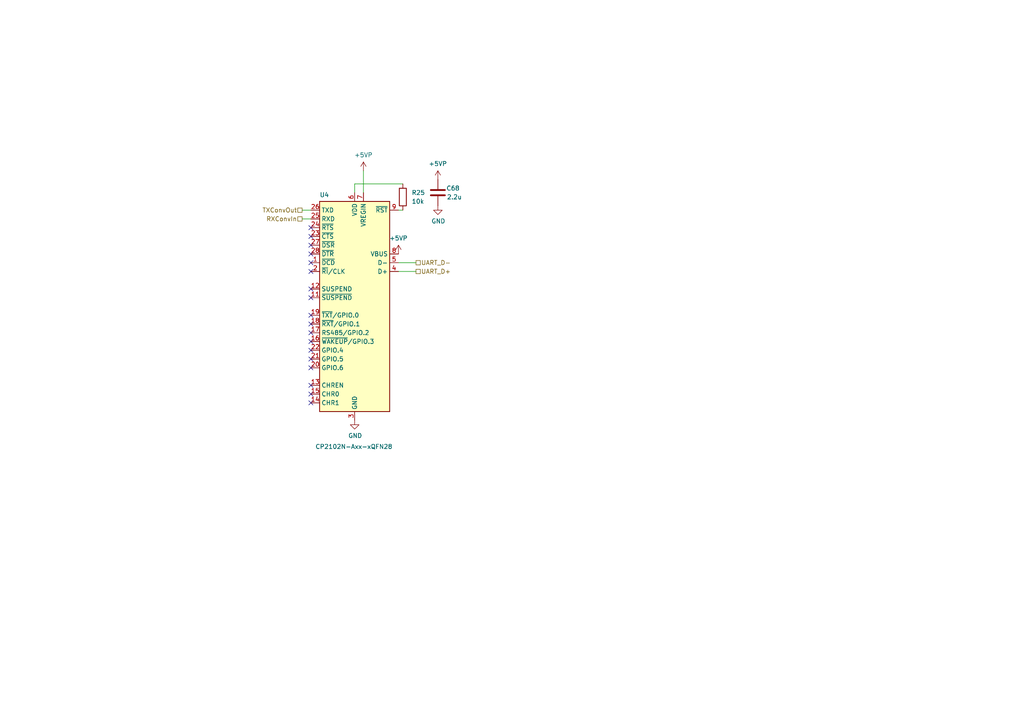
<source format=kicad_sch>
(kicad_sch (version 20250114) (generator "eeschema") (generator_version "9.0")
  (paper "A4")
  (lib_symbols
    (symbol "Device:C" (pin_numbers (hide yes)) (pin_names (offset 0.254))
      (property "Reference" "C" (at 0.635 2.54 0))
      (property "Value" "C" (at 0.635 -2.54 0))
      (symbol "C_0_1"
        (polyline (pts (xy -2.032 0.762) (xy 2.032 0.762)) (stroke (width 0.508)))
        (polyline (pts (xy -2.032 -0.762) (xy 2.032 -0.762)) (stroke (width 0.508)))
      )
      (symbol "C_1_1"
        (pin passive line (at 0 3.81 270) (length 2.794) (name "~") (number "1"))
        (pin passive line (at 0 -3.81 90) (length 2.794) (name "~") (number "2"))
      )
    )
    (symbol "Device:R" (pin_numbers (hide yes)) (pin_names (offset 0))
      (property "Reference" "R" (at 2.032 0 90))
      (property "Value" "R" (at 0 0 90))
      (symbol "R_0_1"
        (rectangle (start -1.016 -2.54) (end 1.016 2.54) (stroke (width 0.254)))
      )
      (symbol "R_1_1"
        (pin passive line (at 0 3.81 270) (length 1.27) (name "~") (number "1"))
        (pin passive line (at 0 -3.81 90) (length 1.27) (name "~") (number "2"))
      )
    )
    (symbol "Interface_USB:CP2102N-Axx-xQFN28"
      (property "Reference" "U" (at -8.89 31.75 0))
      (property "Value" "CP2102N-Axx-xQFN28" (at 12.7 31.75 0))
      (symbol "CP2102N-Axx-xQFN28_0_1"
        (rectangle (start -10.16 30.48) (end 10.16 -30.48) (stroke (width 0.254)) (fill (type background)))
      )
      (symbol "CP2102N-Axx-xQFN28_1_1"
        (pin input line (at -12.7 27.94 0) (length 2.54) (name "~{RST}") (number "9"))
        (pin input line (at -12.7 15.24 0) (length 2.54) (name "VBUS") (number "8"))
        (pin bidirectional line (at -12.7 12.7 0) (length 2.54) (name "D-") (number "5"))
        (pin bidirectional line (at -12.7 10.16 0) (length 2.54) (name "D+") (number "4"))
        (pin no_connect line (at -10.16 -27.94 0) (length 2.54) (hide yes) (name "NC") (number "10"))
        (pin power_in line (at -2.54 33.02 270) (length 2.54) (name "VREGIN") (number "7"))
        (pin power_in line (at 0 33.02 270) (length 2.54) (name "VDD") (number "6"))
        (pin passive line (at 0 -33.02 90) (length 2.54) (hide yes) (name "GND") (number "29"))
        (pin power_in line (at 0 -33.02 90) (length 2.54) (name "GND") (number "3"))
        (pin output line (at 12.7 27.94 180) (length 2.54) (name "TXD") (number "26"))
        (pin input line (at 12.7 25.4 180) (length 2.54) (name "RXD") (number "25"))
        (pin output line (at 12.7 22.86 180) (length 2.54) (name "~{RTS}") (number "24"))
        (pin input line (at 12.7 20.32 180) (length 2.54) (name "~{CTS}") (number "23"))
        (pin input line (at 12.7 17.78 180) (length 2.54) (name "~{DSR}") (number "27"))
        (pin output line (at 12.7 15.24 180) (length 2.54) (name "~{DTR}") (number "28"))
        (pin input line (at 12.7 12.7 180) (length 2.54) (name "~{DCD}") (number "1"))
        (pin bidirectional line (at 12.7 10.16 180) (length 2.54) (name "~{RI}/CLK") (number "2"))
        (pin output line (at 12.7 5.08 180) (length 2.54) (name "SUSPEND") (number "12"))
        (pin output line (at 12.7 2.54 180) (length 2.54) (name "~{SUSPEND}") (number "11"))
        (pin bidirectional line (at 12.7 -2.54 180) (length 2.54) (name "~{TXT}/GPIO.0") (number "19"))
        (pin bidirectional line (at 12.7 -5.08 180) (length 2.54) (name "~{RXT}/GPIO.1") (number "18"))
        (pin bidirectional line (at 12.7 -7.62 180) (length 2.54) (name "RS485/GPIO.2") (number "17"))
        (pin bidirectional line (at 12.7 -10.16 180) (length 2.54) (name "~{WAKEUP}/GPIO.3") (number "16"))
        (pin bidirectional line (at 12.7 -12.7 180) (length 2.54) (name "GPIO.4") (number "22"))
        (pin bidirectional line (at 12.7 -15.24 180) (length 2.54) (name "GPIO.5") (number "21"))
        (pin bidirectional line (at 12.7 -17.78 180) (length 2.54) (name "GPIO.6") (number "20"))
        (pin output line (at 12.7 -22.86 180) (length 2.54) (name "CHREN") (number "13"))
        (pin output line (at 12.7 -25.4 180) (length 2.54) (name "CHR0") (number "15"))
        (pin output line (at 12.7 -27.94 180) (length 2.54) (name "CHR1") (number "14"))
      )
    )
    (symbol "power:+5VP" (power) (pin_names (offset 0))
      (property "Value" "+5VP" (at 0 3.556 0))
      (symbol "+5VP_0_1"
        (polyline (pts (xy -0.762 1.27) (xy 0 2.54)))
        (polyline (pts (xy 0 2.54) (xy 0.762 1.27)))
        (polyline (pts (xy 0 0) (xy 0 2.54)))
      )
      (symbol "+5VP_1_1"
        (pin power_in line (at 0 0 90) (length 0) (hide yes) (name "+5VP") (number "1"))
      )
    )
    (symbol "power:GND" (power) (pin_names (offset 0))
      (property "Value" "GND" (at 0 -3.81 0))
      (symbol "GND_0_1"
        (polyline (pts (xy 0 0) (xy 0 -1.27) (xy 1.27 -1.27) (xy 0 -2.54) (xy -1.27 -1.27) (xy 0 -1.27)))
      )
      (symbol "GND_1_1"
        (pin power_in line (at 0 0 270) (length 0) (hide yes) (name "GND") (number "1"))
      )
    )
  )
  (no_connect (at 90.17 71.12))
  (no_connect (at 90.17 111.76))
  (no_connect (at 90.17 104.14))
  (no_connect (at 90.17 83.82))
  (no_connect (at 90.17 76.2))
  (no_connect (at 90.17 116.84))
  (no_connect (at 90.17 78.74))
  (no_connect (at 90.17 99.06))
  (no_connect (at 90.17 106.68))
  (no_connect (at 90.17 101.6))
  (no_connect (at 90.17 114.3))
  (no_connect (at 90.17 66.04))
  (no_connect (at 90.17 96.52))
  (no_connect (at 90.17 68.58))
  (no_connect (at 90.17 93.98))
  (no_connect (at 90.17 91.44))
  (no_connect (at 90.17 86.36))
  (no_connect (at 90.17 73.66))
  (wire (pts (xy 116.84 60.96) (xy 115.57 60.96)))
  (wire (pts (xy 105.41 49.53) (xy 105.41 55.88)))
  (wire (pts (xy 120.65 76.2) (xy 115.57 76.2)))
  (wire (pts (xy 87.63 60.96) (xy 90.17 60.96)))
  (wire (pts (xy 116.84 53.34) (xy 102.87 53.34)))
  (wire (pts (xy 87.63 63.5) (xy 90.17 63.5)))
  (wire (pts (xy 120.65 78.74) (xy 115.57 78.74)))
  (wire (pts (xy 102.87 53.34) (xy 102.87 55.88)))
  (hierarchical_label "RXConvIn" (shape passive) (at 87.63 63.5 180))
  (hierarchical_label "TXConvOut" (shape passive) (at 87.63 60.96 180))
  (hierarchical_label "UART_D-" (shape passive) (at 120.65 76.2 0))
  (hierarchical_label "UART_D+" (shape passive) (at 120.65 78.74 0))
  (symbol (lib_id "power:+5VP") (at 115.57 73.66 0) (unit 1)
    (property "Reference" "#PWR095" (effects (hide yes)))
    (property "Value" "+5VP" (at 115.57 69.088 0))
  )
  (symbol (lib_id "power:GND") (at 102.87 121.92 0) (mirror y) (unit 1)
    (property "Reference" "#PWR093" (effects (hide yes)))
    (property "Value" "GND" (at 100.965 126.365 0) (effects (justify right)))
  )
  (symbol (lib_id "Interface_USB:CP2102N-Axx-xQFN28") (at 102.87 88.9 0) (mirror y) (unit 1)
    (property "Reference" "U4" (at 92.71 56.515 0) (effects (justify right)))
    (property "Value" "CP2102N-Axx-xQFN28" (at 91.44 129.54 0) (effects (justify right)))
    (property "Footprint" "Package_DFN_QFN:QFN-28-1EP_5x5mm_P0.5mm_EP3.35x3.35mm" (effects (hide yes)))
    (property "Datasheet" "https://www.silabs.com/documents/public/data-sheets/cp2102n-datasheet.pdf" (effects (hide yes)))
    (property "Manufacturer" "SKYWORKS/SILICON LABS" (effects (hide yes)))
    (property "Part Number" "CP2102-GMR" (effects (hide yes)))
  )
  (symbol (lib_id "power:+5VP") (at 105.41 49.53 0) (unit 1)
    (property "Reference" "#PWR094" (effects (hide yes)))
    (property "Value" "+5VP" (at 105.41 44.958 0))
  )
  (symbol (lib_id "Device:C") (at 127 55.88 0) (mirror y) (unit 1)
    (property "Reference" "C68" (at 133.35 54.61 0) (effects (justify left)))
    (property "Value" "2.2u" (at 133.985 57.15 0) (effects (justify left)))
    (property "Footprint" "Capacitor_SMD:C_0402_1005Metric_Pad0.74x0.62mm_HandSolder" (effects (hide yes)))
    (property "Manufacturer" "Samsung Electro-Mechanics" (effects (hide yes)))
    (property "Part Number" "CL05A225KO5NQNC" (effects (hide yes)))
  )
  (symbol (lib_id "power:+5VP") (at 127 52.07 0) (unit 1)
    (property "Reference" "#PWR086" (effects (hide yes)))
    (property "Value" "+5VP" (at 127 47.498 0))
  )
  (symbol (lib_id "power:GND") (at 127 59.69 0) (mirror y) (unit 1)
    (property "Reference" "#PWR088" (effects (hide yes)))
    (property "Value" "GND" (at 125.095 64.135 0) (effects (justify right)))
  )
  (symbol (lib_id "Device:R") (at 116.84 57.15 0) (unit 1)
    (property "Reference" "R25" (at 119.38 55.88 0) (effects (justify left)))
    (property "Value" "10k" (at 119.38 58.42 0) (effects (justify left)))
    (property "Footprint" "Resistor_SMD:R_0402_1005Metric_Pad0.72x0.64mm_HandSolder" (effects (hide yes)))
    (property "Manufacturer" "YAGEO" (effects (hide yes)))
    (property "Part Number" "RC0402FR-0710KL" (effects (hide yes)))
  )
)
</source>
